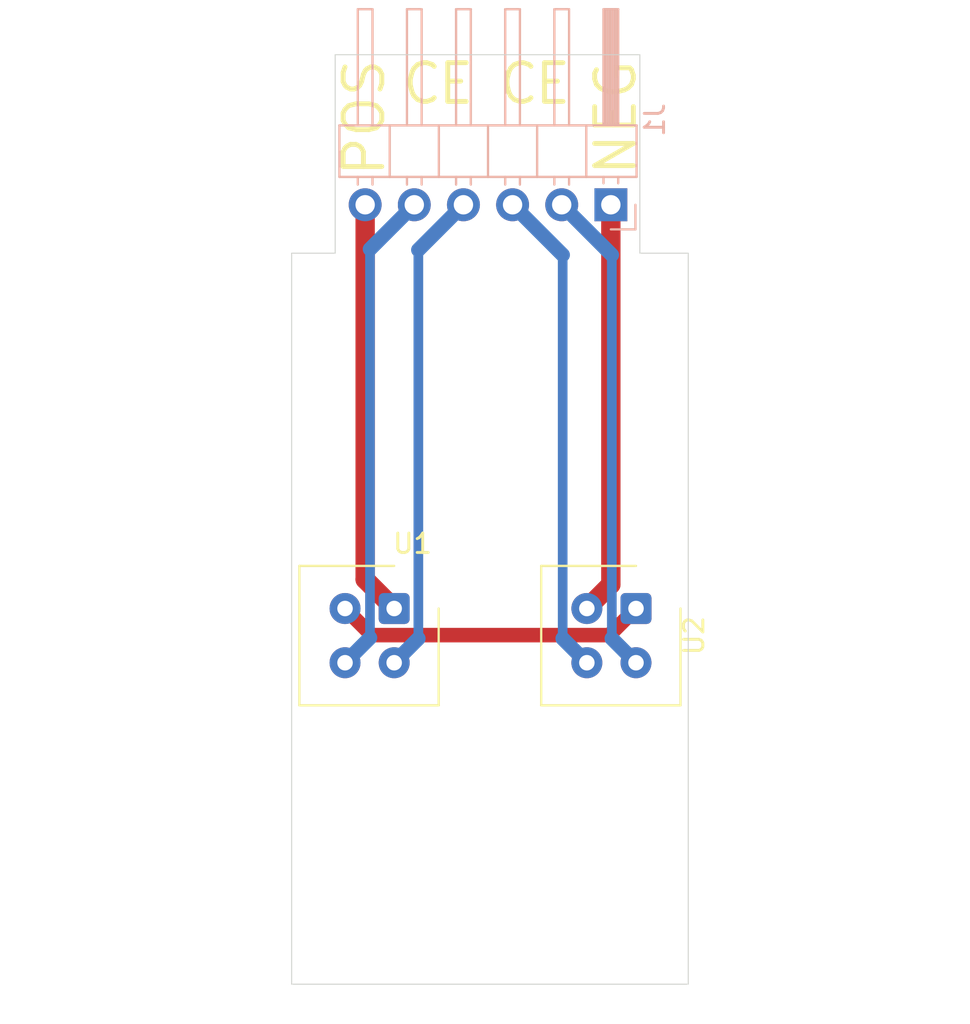
<source format=kicad_pcb>
(kicad_pcb (version 20171130) (host pcbnew "(5.1.7)-1")

  (general
    (thickness 1.6)
    (drawings 20)
    (tracks 19)
    (zones 0)
    (modules 5)
    (nets 8)
  )

  (page A4)
  (layers
    (0 F.Cu signal)
    (31 B.Cu signal)
    (32 B.Adhes user)
    (33 F.Adhes user)
    (34 B.Paste user)
    (35 F.Paste user)
    (36 B.SilkS user)
    (37 F.SilkS user)
    (38 B.Mask user)
    (39 F.Mask user)
    (40 Dwgs.User user)
    (41 Cmts.User user)
    (42 Eco1.User user)
    (43 Eco2.User user)
    (44 Edge.Cuts user)
    (45 Margin user)
    (46 B.CrtYd user)
    (47 F.CrtYd user)
    (48 B.Fab user hide)
    (49 F.Fab user hide)
  )

  (setup
    (last_trace_width 0.25)
    (user_trace_width 0.5)
    (user_trace_width 0.75)
    (user_trace_width 1)
    (trace_clearance 0.2)
    (zone_clearance 0.508)
    (zone_45_only no)
    (trace_min 0.2)
    (via_size 0.8)
    (via_drill 0.4)
    (via_min_size 0.4)
    (via_min_drill 0.3)
    (uvia_size 0.3)
    (uvia_drill 0.1)
    (uvias_allowed no)
    (uvia_min_size 0.2)
    (uvia_min_drill 0.1)
    (edge_width 0.05)
    (segment_width 0.2)
    (pcb_text_width 0.3)
    (pcb_text_size 1.5 1.5)
    (mod_edge_width 0.12)
    (mod_text_size 1 1)
    (mod_text_width 0.15)
    (pad_size 1.524 1.524)
    (pad_drill 0.762)
    (pad_to_mask_clearance 0)
    (aux_axis_origin 0 0)
    (visible_elements 7FFFFFFF)
    (pcbplotparams
      (layerselection 0x010fc_ffffffff)
      (usegerberextensions false)
      (usegerberattributes true)
      (usegerberadvancedattributes true)
      (creategerberjobfile true)
      (excludeedgelayer true)
      (linewidth 0.100000)
      (plotframeref false)
      (viasonmask false)
      (mode 1)
      (useauxorigin false)
      (hpglpennumber 1)
      (hpglpenspeed 20)
      (hpglpendiameter 15.000000)
      (psnegative false)
      (psa4output false)
      (plotreference true)
      (plotvalue true)
      (plotinvisibletext false)
      (padsonsilk false)
      (subtractmaskfromsilk false)
      (outputformat 1)
      (mirror false)
      (drillshape 1)
      (scaleselection 1)
      (outputdirectory ""))
  )

  (net 0 "")
  (net 1 "Net-(J1-Pad2)")
  (net 2 "Net-(J1-Pad3)")
  (net 3 "Net-(J1-Pad4)")
  (net 4 "Net-(J1-Pad5)")
  (net 5 "Net-(U1-Pad2)")
  (net 6 /NEG)
  (net 7 /POS)

  (net_class Default "This is the default net class."
    (clearance 0.2)
    (trace_width 0.25)
    (via_dia 0.8)
    (via_drill 0.4)
    (uvia_dia 0.3)
    (uvia_drill 0.1)
    (add_net /NEG)
    (add_net /POS)
    (add_net "Net-(J1-Pad2)")
    (add_net "Net-(J1-Pad3)")
    (add_net "Net-(J1-Pad4)")
    (add_net "Net-(J1-Pad5)")
    (add_net "Net-(U1-Pad2)")
  )

  (module OptoDevice:Vishay_CNY70 (layer F.Cu) (tedit 5B8AF8E9) (tstamp 603B147B)
    (at 182.8 118.6 270)
    (descr "package for Vishay CNY70 refective photo coupler/interrupter")
    (tags "Vishay CNY70 refective photo coupler")
    (path /603B6433)
    (fp_text reference U2 (at 1.4 -3 90) (layer F.SilkS)
      (effects (font (size 1 1) (thickness 0.15)))
    )
    (fp_text value CNY70 (at 1.4 5.8 90) (layer F.Fab)
      (effects (font (size 1 1) (thickness 0.15)))
    )
    (fp_line (start 5 4.9) (end 5 -2.3) (layer F.SilkS) (width 0.12))
    (fp_line (start -2.2 4.9) (end 5 4.9) (layer F.SilkS) (width 0.12))
    (fp_line (start -2.2 0) (end -2.2 4.9) (layer F.SilkS) (width 0.12))
    (fp_line (start 5 -2.3) (end 0 -2.3) (layer F.SilkS) (width 0.12))
    (fp_line (start -1.1 3.9) (end 3.9 3.9) (layer F.Fab) (width 0.1))
    (fp_line (start -1.1 -1.2) (end -1.1 3.9) (layer F.Fab) (width 0.1))
    (fp_line (start 3.9 -1.2) (end -1.1 -1.2) (layer F.Fab) (width 0.1))
    (fp_line (start 3.9 3.9) (end 3.9 -1.2) (layer F.Fab) (width 0.1))
    (fp_line (start 1.2 4.5) (end 1.2 4.8) (layer F.Fab) (width 0.1))
    (fp_line (start 1.6 4.5) (end 1.2 4.5) (layer F.Fab) (width 0.1))
    (fp_line (start 1.6 4.8) (end 1.6 4.5) (layer F.Fab) (width 0.1))
    (fp_line (start 1.6 -1.9) (end 1.6 -2.2) (layer F.Fab) (width 0.1))
    (fp_line (start 1.2 -1.9) (end 1.6 -1.9) (layer F.Fab) (width 0.1))
    (fp_line (start 1.2 -2.2) (end 1.2 -1.9) (layer F.Fab) (width 0.1))
    (fp_line (start -2.1 -1.2) (end -1.1 -2.2) (layer F.Fab) (width 0.1))
    (fp_line (start -2.1 4.8) (end -2.1 -1.2) (layer F.Fab) (width 0.1))
    (fp_line (start 4.9 4.8) (end -2.1 4.8) (layer F.Fab) (width 0.1))
    (fp_line (start 4.9 -2.2) (end 4.9 4.8) (layer F.Fab) (width 0.1))
    (fp_line (start -1.1 -2.2) (end 4.9 -2.2) (layer F.Fab) (width 0.1))
    (fp_line (start -2.35 -2.45) (end 5.15 -2.45) (layer F.CrtYd) (width 0.05))
    (fp_line (start -2.35 -2.45) (end -2.35 5.05) (layer F.CrtYd) (width 0.05))
    (fp_line (start 5.15 5.05) (end 5.15 -2.45) (layer F.CrtYd) (width 0.05))
    (fp_line (start 5.15 5.05) (end -2.35 5.05) (layer F.CrtYd) (width 0.05))
    (fp_text user %R (at 1.5 1.4 90) (layer F.Fab)
      (effects (font (size 1 1) (thickness 0.15)))
    )
    (pad 1 thru_hole roundrect (at 0 0 270) (size 1.6 1.6) (drill 0.8) (layers *.Cu *.Mask) (roundrect_rratio 0.156)
      (net 5 "Net-(U1-Pad2)"))
    (pad 2 thru_hole circle (at 0 2.54 270) (size 1.6 1.6) (drill 0.8) (layers *.Cu *.Mask)
      (net 6 /NEG))
    (pad 3 thru_hole circle (at 2.8 2.54 270) (size 1.6 1.6) (drill 0.8) (layers *.Cu *.Mask)
      (net 2 "Net-(J1-Pad3)"))
    (pad 4 thru_hole circle (at 2.8 0 270) (size 1.6 1.6) (drill 0.8) (layers *.Cu *.Mask)
      (net 1 "Net-(J1-Pad2)"))
    (model ${KISYS3DMOD}/OptoDevice.3dshapes/Vishay_CNY70.wrl
      (at (xyz 0 0 0))
      (scale (xyz 1 1 1))
      (rotate (xyz 0 0 0))
    )
  )

  (module Pin_Headers:Pin_Header_Angled_1x06_Pitch2.54mm (layer B.Cu) (tedit 59650532) (tstamp 603B141D)
    (at 181.5 97.75 90)
    (descr "Through hole angled pin header, 1x06, 2.54mm pitch, 6mm pin length, single row")
    (tags "Through hole angled pin header THT 1x06 2.54mm single row")
    (path /603B900C)
    (fp_text reference J1 (at 4.385 2.27 270) (layer B.SilkS)
      (effects (font (size 1 1) (thickness 0.15)) (justify mirror))
    )
    (fp_text value Conn_01x06_Male (at 4.385 -14.97 270) (layer B.Fab)
      (effects (font (size 1 1) (thickness 0.15)) (justify mirror))
    )
    (fp_line (start 10.55 1.8) (end -1.8 1.8) (layer B.CrtYd) (width 0.05))
    (fp_line (start 10.55 -14.5) (end 10.55 1.8) (layer B.CrtYd) (width 0.05))
    (fp_line (start -1.8 -14.5) (end 10.55 -14.5) (layer B.CrtYd) (width 0.05))
    (fp_line (start -1.8 1.8) (end -1.8 -14.5) (layer B.CrtYd) (width 0.05))
    (fp_line (start -1.27 1.27) (end 0 1.27) (layer B.SilkS) (width 0.12))
    (fp_line (start -1.27 0) (end -1.27 1.27) (layer B.SilkS) (width 0.12))
    (fp_line (start 1.042929 -13.08) (end 1.44 -13.08) (layer B.SilkS) (width 0.12))
    (fp_line (start 1.042929 -12.32) (end 1.44 -12.32) (layer B.SilkS) (width 0.12))
    (fp_line (start 10.1 -13.08) (end 4.1 -13.08) (layer B.SilkS) (width 0.12))
    (fp_line (start 10.1 -12.32) (end 10.1 -13.08) (layer B.SilkS) (width 0.12))
    (fp_line (start 4.1 -12.32) (end 10.1 -12.32) (layer B.SilkS) (width 0.12))
    (fp_line (start 1.44 -11.43) (end 4.1 -11.43) (layer B.SilkS) (width 0.12))
    (fp_line (start 1.042929 -10.54) (end 1.44 -10.54) (layer B.SilkS) (width 0.12))
    (fp_line (start 1.042929 -9.78) (end 1.44 -9.78) (layer B.SilkS) (width 0.12))
    (fp_line (start 10.1 -10.54) (end 4.1 -10.54) (layer B.SilkS) (width 0.12))
    (fp_line (start 10.1 -9.78) (end 10.1 -10.54) (layer B.SilkS) (width 0.12))
    (fp_line (start 4.1 -9.78) (end 10.1 -9.78) (layer B.SilkS) (width 0.12))
    (fp_line (start 1.44 -8.89) (end 4.1 -8.89) (layer B.SilkS) (width 0.12))
    (fp_line (start 1.042929 -8) (end 1.44 -8) (layer B.SilkS) (width 0.12))
    (fp_line (start 1.042929 -7.24) (end 1.44 -7.24) (layer B.SilkS) (width 0.12))
    (fp_line (start 10.1 -8) (end 4.1 -8) (layer B.SilkS) (width 0.12))
    (fp_line (start 10.1 -7.24) (end 10.1 -8) (layer B.SilkS) (width 0.12))
    (fp_line (start 4.1 -7.24) (end 10.1 -7.24) (layer B.SilkS) (width 0.12))
    (fp_line (start 1.44 -6.35) (end 4.1 -6.35) (layer B.SilkS) (width 0.12))
    (fp_line (start 1.042929 -5.46) (end 1.44 -5.46) (layer B.SilkS) (width 0.12))
    (fp_line (start 1.042929 -4.7) (end 1.44 -4.7) (layer B.SilkS) (width 0.12))
    (fp_line (start 10.1 -5.46) (end 4.1 -5.46) (layer B.SilkS) (width 0.12))
    (fp_line (start 10.1 -4.7) (end 10.1 -5.46) (layer B.SilkS) (width 0.12))
    (fp_line (start 4.1 -4.7) (end 10.1 -4.7) (layer B.SilkS) (width 0.12))
    (fp_line (start 1.44 -3.81) (end 4.1 -3.81) (layer B.SilkS) (width 0.12))
    (fp_line (start 1.042929 -2.92) (end 1.44 -2.92) (layer B.SilkS) (width 0.12))
    (fp_line (start 1.042929 -2.16) (end 1.44 -2.16) (layer B.SilkS) (width 0.12))
    (fp_line (start 10.1 -2.92) (end 4.1 -2.92) (layer B.SilkS) (width 0.12))
    (fp_line (start 10.1 -2.16) (end 10.1 -2.92) (layer B.SilkS) (width 0.12))
    (fp_line (start 4.1 -2.16) (end 10.1 -2.16) (layer B.SilkS) (width 0.12))
    (fp_line (start 1.44 -1.27) (end 4.1 -1.27) (layer B.SilkS) (width 0.12))
    (fp_line (start 1.11 -0.38) (end 1.44 -0.38) (layer B.SilkS) (width 0.12))
    (fp_line (start 1.11 0.38) (end 1.44 0.38) (layer B.SilkS) (width 0.12))
    (fp_line (start 4.1 -0.28) (end 10.1 -0.28) (layer B.SilkS) (width 0.12))
    (fp_line (start 4.1 -0.16) (end 10.1 -0.16) (layer B.SilkS) (width 0.12))
    (fp_line (start 4.1 -0.04) (end 10.1 -0.04) (layer B.SilkS) (width 0.12))
    (fp_line (start 4.1 0.08) (end 10.1 0.08) (layer B.SilkS) (width 0.12))
    (fp_line (start 4.1 0.2) (end 10.1 0.2) (layer B.SilkS) (width 0.12))
    (fp_line (start 4.1 0.32) (end 10.1 0.32) (layer B.SilkS) (width 0.12))
    (fp_line (start 10.1 -0.38) (end 4.1 -0.38) (layer B.SilkS) (width 0.12))
    (fp_line (start 10.1 0.38) (end 10.1 -0.38) (layer B.SilkS) (width 0.12))
    (fp_line (start 4.1 0.38) (end 10.1 0.38) (layer B.SilkS) (width 0.12))
    (fp_line (start 4.1 1.33) (end 1.44 1.33) (layer B.SilkS) (width 0.12))
    (fp_line (start 4.1 -14.03) (end 4.1 1.33) (layer B.SilkS) (width 0.12))
    (fp_line (start 1.44 -14.03) (end 4.1 -14.03) (layer B.SilkS) (width 0.12))
    (fp_line (start 1.44 1.33) (end 1.44 -14.03) (layer B.SilkS) (width 0.12))
    (fp_line (start 4.04 -13.02) (end 10.04 -13.02) (layer B.Fab) (width 0.1))
    (fp_line (start 10.04 -12.38) (end 10.04 -13.02) (layer B.Fab) (width 0.1))
    (fp_line (start 4.04 -12.38) (end 10.04 -12.38) (layer B.Fab) (width 0.1))
    (fp_line (start -0.32 -13.02) (end 1.5 -13.02) (layer B.Fab) (width 0.1))
    (fp_line (start -0.32 -12.38) (end -0.32 -13.02) (layer B.Fab) (width 0.1))
    (fp_line (start -0.32 -12.38) (end 1.5 -12.38) (layer B.Fab) (width 0.1))
    (fp_line (start 4.04 -10.48) (end 10.04 -10.48) (layer B.Fab) (width 0.1))
    (fp_line (start 10.04 -9.84) (end 10.04 -10.48) (layer B.Fab) (width 0.1))
    (fp_line (start 4.04 -9.84) (end 10.04 -9.84) (layer B.Fab) (width 0.1))
    (fp_line (start -0.32 -10.48) (end 1.5 -10.48) (layer B.Fab) (width 0.1))
    (fp_line (start -0.32 -9.84) (end -0.32 -10.48) (layer B.Fab) (width 0.1))
    (fp_line (start -0.32 -9.84) (end 1.5 -9.84) (layer B.Fab) (width 0.1))
    (fp_line (start 4.04 -7.94) (end 10.04 -7.94) (layer B.Fab) (width 0.1))
    (fp_line (start 10.04 -7.3) (end 10.04 -7.94) (layer B.Fab) (width 0.1))
    (fp_line (start 4.04 -7.3) (end 10.04 -7.3) (layer B.Fab) (width 0.1))
    (fp_line (start -0.32 -7.94) (end 1.5 -7.94) (layer B.Fab) (width 0.1))
    (fp_line (start -0.32 -7.3) (end -0.32 -7.94) (layer B.Fab) (width 0.1))
    (fp_line (start -0.32 -7.3) (end 1.5 -7.3) (layer B.Fab) (width 0.1))
    (fp_line (start 4.04 -5.4) (end 10.04 -5.4) (layer B.Fab) (width 0.1))
    (fp_line (start 10.04 -4.76) (end 10.04 -5.4) (layer B.Fab) (width 0.1))
    (fp_line (start 4.04 -4.76) (end 10.04 -4.76) (layer B.Fab) (width 0.1))
    (fp_line (start -0.32 -5.4) (end 1.5 -5.4) (layer B.Fab) (width 0.1))
    (fp_line (start -0.32 -4.76) (end -0.32 -5.4) (layer B.Fab) (width 0.1))
    (fp_line (start -0.32 -4.76) (end 1.5 -4.76) (layer B.Fab) (width 0.1))
    (fp_line (start 4.04 -2.86) (end 10.04 -2.86) (layer B.Fab) (width 0.1))
    (fp_line (start 10.04 -2.22) (end 10.04 -2.86) (layer B.Fab) (width 0.1))
    (fp_line (start 4.04 -2.22) (end 10.04 -2.22) (layer B.Fab) (width 0.1))
    (fp_line (start -0.32 -2.86) (end 1.5 -2.86) (layer B.Fab) (width 0.1))
    (fp_line (start -0.32 -2.22) (end -0.32 -2.86) (layer B.Fab) (width 0.1))
    (fp_line (start -0.32 -2.22) (end 1.5 -2.22) (layer B.Fab) (width 0.1))
    (fp_line (start 4.04 -0.32) (end 10.04 -0.32) (layer B.Fab) (width 0.1))
    (fp_line (start 10.04 0.32) (end 10.04 -0.32) (layer B.Fab) (width 0.1))
    (fp_line (start 4.04 0.32) (end 10.04 0.32) (layer B.Fab) (width 0.1))
    (fp_line (start -0.32 -0.32) (end 1.5 -0.32) (layer B.Fab) (width 0.1))
    (fp_line (start -0.32 0.32) (end -0.32 -0.32) (layer B.Fab) (width 0.1))
    (fp_line (start -0.32 0.32) (end 1.5 0.32) (layer B.Fab) (width 0.1))
    (fp_line (start 1.5 0.635) (end 2.135 1.27) (layer B.Fab) (width 0.1))
    (fp_line (start 1.5 -13.97) (end 1.5 0.635) (layer B.Fab) (width 0.1))
    (fp_line (start 4.04 -13.97) (end 1.5 -13.97) (layer B.Fab) (width 0.1))
    (fp_line (start 4.04 1.27) (end 4.04 -13.97) (layer B.Fab) (width 0.1))
    (fp_line (start 2.135 1.27) (end 4.04 1.27) (layer B.Fab) (width 0.1))
    (fp_text user %R (at 2.77 -6.35) (layer B.Fab)
      (effects (font (size 1 1) (thickness 0.15)) (justify mirror))
    )
    (pad 1 thru_hole rect (at 0 0 90) (size 1.7 1.7) (drill 1) (layers *.Cu *.Mask)
      (net 6 /NEG))
    (pad 2 thru_hole oval (at 0 -2.54 90) (size 1.7 1.7) (drill 1) (layers *.Cu *.Mask)
      (net 1 "Net-(J1-Pad2)"))
    (pad 3 thru_hole oval (at 0 -5.08 90) (size 1.7 1.7) (drill 1) (layers *.Cu *.Mask)
      (net 2 "Net-(J1-Pad3)"))
    (pad 4 thru_hole oval (at 0 -7.62 90) (size 1.7 1.7) (drill 1) (layers *.Cu *.Mask)
      (net 3 "Net-(J1-Pad4)"))
    (pad 5 thru_hole oval (at 0 -10.16 90) (size 1.7 1.7) (drill 1) (layers *.Cu *.Mask)
      (net 4 "Net-(J1-Pad5)"))
    (pad 6 thru_hole oval (at 0 -12.7 90) (size 1.7 1.7) (drill 1) (layers *.Cu *.Mask)
      (net 7 /POS))
    (model ${KISYS3DMOD}/Pin_Headers.3dshapes/Pin_Header_Angled_1x06_Pitch2.54mm.wrl
      (at (xyz 0 0 0))
      (scale (xyz 1 1 1))
      (rotate (xyz 0 0 0))
    )
  )

  (module OptoDevice:Vishay_CNY70 (layer F.Cu) (tedit 5B8AF8E9) (tstamp 603B0AEE)
    (at 170.3 118.6 270)
    (descr "package for Vishay CNY70 refective photo coupler/interrupter")
    (tags "Vishay CNY70 refective photo coupler")
    (path /603B0913)
    (fp_text reference U1 (at -3.35 -0.95 180) (layer F.SilkS)
      (effects (font (size 1 1) (thickness 0.15)))
    )
    (fp_text value CNY70 (at 1.4 5.8 90) (layer F.Fab)
      (effects (font (size 1 1) (thickness 0.15)))
    )
    (fp_line (start 5.15 5.05) (end -2.35 5.05) (layer F.CrtYd) (width 0.05))
    (fp_line (start 5.15 5.05) (end 5.15 -2.45) (layer F.CrtYd) (width 0.05))
    (fp_line (start -2.35 -2.45) (end -2.35 5.05) (layer F.CrtYd) (width 0.05))
    (fp_line (start -2.35 -2.45) (end 5.15 -2.45) (layer F.CrtYd) (width 0.05))
    (fp_line (start -1.1 -2.2) (end 4.9 -2.2) (layer F.Fab) (width 0.1))
    (fp_line (start 4.9 -2.2) (end 4.9 4.8) (layer F.Fab) (width 0.1))
    (fp_line (start 4.9 4.8) (end -2.1 4.8) (layer F.Fab) (width 0.1))
    (fp_line (start -2.1 4.8) (end -2.1 -1.2) (layer F.Fab) (width 0.1))
    (fp_line (start -2.1 -1.2) (end -1.1 -2.2) (layer F.Fab) (width 0.1))
    (fp_line (start 1.2 -2.2) (end 1.2 -1.9) (layer F.Fab) (width 0.1))
    (fp_line (start 1.2 -1.9) (end 1.6 -1.9) (layer F.Fab) (width 0.1))
    (fp_line (start 1.6 -1.9) (end 1.6 -2.2) (layer F.Fab) (width 0.1))
    (fp_line (start 1.6 4.8) (end 1.6 4.5) (layer F.Fab) (width 0.1))
    (fp_line (start 1.6 4.5) (end 1.2 4.5) (layer F.Fab) (width 0.1))
    (fp_line (start 1.2 4.5) (end 1.2 4.8) (layer F.Fab) (width 0.1))
    (fp_line (start 3.9 3.9) (end 3.9 -1.2) (layer F.Fab) (width 0.1))
    (fp_line (start 3.9 -1.2) (end -1.1 -1.2) (layer F.Fab) (width 0.1))
    (fp_line (start -1.1 -1.2) (end -1.1 3.9) (layer F.Fab) (width 0.1))
    (fp_line (start -1.1 3.9) (end 3.9 3.9) (layer F.Fab) (width 0.1))
    (fp_line (start 5 -2.3) (end 0 -2.3) (layer F.SilkS) (width 0.12))
    (fp_line (start -2.2 0) (end -2.2 4.9) (layer F.SilkS) (width 0.12))
    (fp_line (start -2.2 4.9) (end 5 4.9) (layer F.SilkS) (width 0.12))
    (fp_line (start 5 4.9) (end 5 -2.3) (layer F.SilkS) (width 0.12))
    (fp_text user %R (at 1.5 1.4 90) (layer F.Fab)
      (effects (font (size 1 1) (thickness 0.15)))
    )
    (pad 1 thru_hole roundrect (at 0 0 270) (size 1.6 1.6) (drill 0.8) (layers *.Cu *.Mask) (roundrect_rratio 0.156)
      (net 7 /POS))
    (pad 2 thru_hole circle (at 0 2.54 270) (size 1.6 1.6) (drill 0.8) (layers *.Cu *.Mask)
      (net 5 "Net-(U1-Pad2)"))
    (pad 3 thru_hole circle (at 2.8 2.54 270) (size 1.6 1.6) (drill 0.8) (layers *.Cu *.Mask)
      (net 4 "Net-(J1-Pad5)"))
    (pad 4 thru_hole circle (at 2.8 0 270) (size 1.6 1.6) (drill 0.8) (layers *.Cu *.Mask)
      (net 3 "Net-(J1-Pad4)"))
    (model ${KISYS3DMOD}/OptoDevice.3dshapes/Vishay_CNY70.wrl
      (at (xyz 0 0 0))
      (scale (xyz 1 1 1))
      (rotate (xyz 0 0 0))
    )
  )

  (module Mounting_Holes:MountingHole_3.2mm_M3 (layer F.Cu) (tedit 56D1B4CB) (tstamp 603B06D1)
    (at 175.25 109.925)
    (descr "Mounting Hole 3.2mm, no annular, M3")
    (tags "mounting hole 3.2mm no annular m3")
    (path /603B685B)
    (attr virtual)
    (fp_text reference H2 (at 2.75 -3.675) (layer F.SilkS) hide
      (effects (font (size 1 1) (thickness 0.15)))
    )
    (fp_text value MountingHole (at 0 4.2) (layer F.Fab)
      (effects (font (size 1 1) (thickness 0.15)))
    )
    (fp_circle (center 0 0) (end 3.2 0) (layer Cmts.User) (width 0.15))
    (fp_circle (center 0 0) (end 3.45 0) (layer F.CrtYd) (width 0.05))
    (fp_text user %R (at 0.3 0) (layer F.Fab)
      (effects (font (size 1 1) (thickness 0.15)))
    )
    (pad 1 np_thru_hole circle (at 0 0) (size 3.2 3.2) (drill 3.2) (layers *.Cu *.Mask))
  )

  (module Mounting_Holes:MountingHole_3.2mm_M3 (layer F.Cu) (tedit 56D1B4CB) (tstamp 603B06CE)
    (at 175.25 130.075)
    (descr "Mounting Hole 3.2mm, no annular, M3")
    (tags "mounting hole 3.2mm no annular m3")
    (path /603B60F7)
    (attr virtual)
    (fp_text reference H1 (at 0 -4.2) (layer F.SilkS) hide
      (effects (font (size 1 1) (thickness 0.15)))
    )
    (fp_text value MountingHole (at 0 4.2) (layer F.Fab)
      (effects (font (size 1 1) (thickness 0.15)))
    )
    (fp_circle (center 0 0) (end 3.2 0) (layer Cmts.User) (width 0.15))
    (fp_circle (center 0 0) (end 3.45 0) (layer F.CrtYd) (width 0.05))
    (fp_text user %R (at 0.3 0) (layer F.Fab)
      (effects (font (size 1 1) (thickness 0.15)))
    )
    (pad 1 np_thru_hole circle (at 0 0) (size 3.2 3.2) (drill 3.2) (layers *.Cu *.Mask))
  )

  (gr_text E (at 178.5 91.5) (layer F.SilkS) (tstamp 603B3A7D)
    (effects (font (size 2 2) (thickness 0.25)))
  )
  (gr_text E (at 173.5 91.5) (layer F.SilkS) (tstamp 603B3A7B)
    (effects (font (size 2 2) (thickness 0.25)))
  )
  (gr_text C (at 176.75 91.5) (layer F.SilkS) (tstamp 603B3A77)
    (effects (font (size 2 2) (thickness 0.25)))
  )
  (gr_text C (at 171.75 91.5) (layer F.SilkS) (tstamp 603B3A75)
    (effects (font (size 2 2) (thickness 0.25)))
  )
  (gr_text NEG (at 181.75 93.25 90) (layer F.SilkS) (tstamp 603B3A6F)
    (effects (font (size 2 2) (thickness 0.25)))
  )
  (gr_text POS (at 168.75 93.25 90) (layer F.SilkS)
    (effects (font (size 2 2) (thickness 0.25)))
  )
  (gr_line (start 167.25 100.25) (end 165 100.25) (layer Edge.Cuts) (width 0.05) (tstamp 603B28F9))
  (gr_line (start 167.25 90) (end 167.25 100.25) (layer Edge.Cuts) (width 0.05))
  (gr_line (start 183 100.25) (end 183 90) (layer Edge.Cuts) (width 0.05) (tstamp 603B28F2))
  (gr_line (start 185.5 100.25) (end 183 100.25) (layer Edge.Cuts) (width 0.05))
  (gr_line (start 165 100.25) (end 165 138) (layer Edge.Cuts) (width 0.05) (tstamp 603B07E2))
  (gr_line (start 183 90) (end 167.25 90) (layer Edge.Cuts) (width 0.05))
  (gr_line (start 185.5 138) (end 185.5 100.25) (layer Edge.Cuts) (width 0.05))
  (gr_line (start 165 138) (end 185.5 138) (layer Edge.Cuts) (width 0.05))
  (gr_line (start 150 113.1) (end 200 113.1) (layer Cmts.User) (width 0.15) (tstamp 603B07DB))
  (gr_line (start 150 126.9) (end 200 126.9) (layer Cmts.User) (width 0.15) (tstamp 603B07DB))
  (gr_line (start 150 133.25) (end 200 133.25) (layer Cmts.User) (width 0.15) (tstamp 603B07D1))
  (gr_line (start 150 106.75) (end 200 106.75) (layer Cmts.User) (width 0.15))
  (gr_line (start 150 140) (end 200 140) (layer Cmts.User) (width 0.15))
  (gr_line (start 150 100) (end 200 100) (layer Cmts.User) (width 0.15))

  (segment (start 181.5 117.36) (end 180.26 118.6) (width 1) (layer F.Cu) (net 6))
  (segment (start 181.5 97.75) (end 181.5 117.36) (width 1) (layer F.Cu) (net 6))
  (segment (start 181.54999 100.33999) (end 178.96 97.75) (width 0.75) (layer B.Cu) (net 1))
  (segment (start 181.54999 120.14999) (end 181.54999 100.33999) (width 0.5) (layer B.Cu) (net 1))
  (segment (start 182.8 121.4) (end 181.54999 120.14999) (width 0.75) (layer B.Cu) (net 1))
  (segment (start 179.009999 100.339999) (end 176.42 97.75) (width 0.75) (layer B.Cu) (net 2))
  (segment (start 179.009999 120.149999) (end 179.009999 100.339999) (width 0.5) (layer B.Cu) (net 2))
  (segment (start 180.26 121.4) (end 179.009999 120.149999) (width 0.75) (layer B.Cu) (net 2))
  (segment (start 171.55001 120.14999) (end 171.55001 100.07999) (width 0.5) (layer B.Cu) (net 3))
  (segment (start 171.55001 100.07999) (end 173.88 97.75) (width 0.75) (layer B.Cu) (net 3))
  (segment (start 170.3 121.4) (end 171.55001 120.14999) (width 0.75) (layer B.Cu) (net 3))
  (segment (start 169.04999 100.04001) (end 171.34 97.75) (width 0.75) (layer B.Cu) (net 4))
  (segment (start 169.04999 120.11001) (end 169.04999 100.04001) (width 0.5) (layer B.Cu) (net 4))
  (segment (start 167.76 121.4) (end 169.04999 120.11001) (width 0.75) (layer B.Cu) (net 4))
  (segment (start 168.8 117.1) (end 170.3 118.6) (width 1) (layer F.Cu) (net 7))
  (segment (start 168.8 97.75) (end 168.8 117.1) (width 1) (layer F.Cu) (net 7))
  (segment (start 169.135001 119.975001) (end 167.76 118.6) (width 0.75) (layer F.Cu) (net 5))
  (segment (start 181.424999 119.975001) (end 169.135001 119.975001) (width 0.75) (layer F.Cu) (net 5))
  (segment (start 182.8 118.6) (end 181.424999 119.975001) (width 0.75) (layer F.Cu) (net 5))

)

</source>
